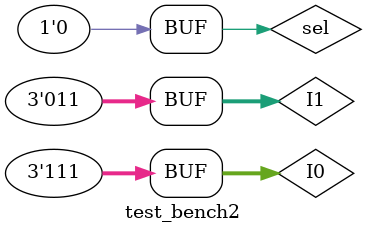
<source format=v>
module mux_3_bits(out,I0,I1,sel);
parameter N=2;
input [N:0] I0,I1;
input sel;
output [N:0]out;
wire w1;
wire [3:1] w2,w3;
not n1(w1,sel);
and a1(w2[1],w1,I0[0]);  //input I0 of 3 bits
and a2(w2[2],w1,I0[1]);
and a3(w2[3],w1,I0[2]);

and a4(w3[1],sel,I1[0]);  //input I1 of 3 bits
and a5(w3[2],sel,I1[1]);
and a6(w3[3],sel,I1[2]);

or r1(out[0],w2[1],w3[1]);  //or input I0 and I1 bit-by-bit
or r2(out[1],w2[2],w3[2]);
or r3(out[2],w2[3],w3[3]);

endmodule

module test_bench2();
parameter N=2;
reg [N:0] I0,I1;
reg sel;
wire [N:0]out;
mux_3_bits td(out,I0,I1,sel);
initial begin
$display("I0   I1   sel  Out");
$monitor("%b   %b   %b   %b",I0,I1,sel,out);
#10 I0=3'b000;I1=3'b000;sel=0;
#10 I0=3'b011;I1=3'b110;sel=1;
#10 I0=3'b010;I1=3'b100;sel=0;
#10 I0=3'b000;I1=3'b011;sel=1;
#10 I0=3'b110;I1=3'b100;sel=1;
#10 I0=3'b111;I1=3'b011;sel=0;
end
endmodule



</source>
